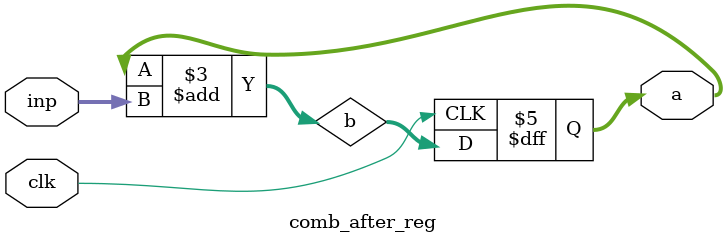
<source format=sv>
module comb_after_reg(input logic clk,
                      input logic [3:0] inp,
                      output logic [3:0] a = 4'd0);

logic[3:0] b;

always_ff @ (posedge clk)
  a <= b;

always_comb
  b = a + inp;

endmodule

</source>
